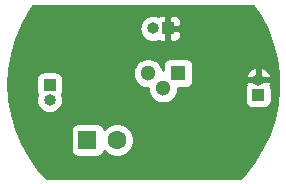
<source format=gbr>
G04 #@! TF.GenerationSoftware,KiCad,Pcbnew,(5.1.4)-1*
G04 #@! TF.CreationDate,2020-05-05T22:33:11+03:00*
G04 #@! TF.ProjectId,Single_Transitor_Amp,53696e67-6c65-45f5-9472-616e7369746f,V1.0*
G04 #@! TF.SameCoordinates,Original*
G04 #@! TF.FileFunction,Copper,L4,Bot*
G04 #@! TF.FilePolarity,Positive*
%FSLAX46Y46*%
G04 Gerber Fmt 4.6, Leading zero omitted, Abs format (unit mm)*
G04 Created by KiCad (PCBNEW (5.1.4)-1) date 2020-05-05 22:33:11*
%MOMM*%
%LPD*%
G04 APERTURE LIST*
%ADD10C,1.600000*%
%ADD11R,1.600000X1.600000*%
%ADD12R,1.000000X1.000000*%
%ADD13O,1.000000X1.000000*%
%ADD14R,1.300000X1.300000*%
%ADD15C,1.300000*%
%ADD16C,0.254000*%
G04 APERTURE END LIST*
D10*
X108930000Y-113950000D03*
D11*
X106430000Y-113950000D03*
D12*
X120880000Y-110130000D03*
D13*
X120880000Y-108860000D03*
X103220000Y-110550000D03*
D12*
X103220000Y-109280000D03*
D14*
X114090000Y-108300000D03*
D15*
X111550000Y-108300000D03*
X112820000Y-109570000D03*
D13*
X111970000Y-104500000D03*
D12*
X113240000Y-104500000D03*
D16*
G36*
X121000310Y-103423902D02*
G01*
X121591999Y-104576190D01*
X122049438Y-105788041D01*
X122366750Y-107043883D01*
X122539859Y-108327588D01*
X122566535Y-109622625D01*
X122446438Y-110912356D01*
X122181109Y-112180215D01*
X121773963Y-113409875D01*
X121230229Y-114585549D01*
X120556900Y-115692111D01*
X119759099Y-116719891D01*
X119325301Y-117179905D01*
X102977697Y-117174446D01*
X102277310Y-116404372D01*
X101519926Y-115353721D01*
X100886336Y-114224063D01*
X100435136Y-113150000D01*
X104991928Y-113150000D01*
X104991928Y-114750000D01*
X105004188Y-114874482D01*
X105040498Y-114994180D01*
X105099463Y-115104494D01*
X105178815Y-115201185D01*
X105275506Y-115280537D01*
X105385820Y-115339502D01*
X105505518Y-115375812D01*
X105630000Y-115388072D01*
X107230000Y-115388072D01*
X107354482Y-115375812D01*
X107474180Y-115339502D01*
X107584494Y-115280537D01*
X107681185Y-115201185D01*
X107760537Y-115104494D01*
X107819502Y-114994180D01*
X107848661Y-114898057D01*
X108015241Y-115064637D01*
X108250273Y-115221680D01*
X108511426Y-115329853D01*
X108788665Y-115385000D01*
X109071335Y-115385000D01*
X109348574Y-115329853D01*
X109609727Y-115221680D01*
X109844759Y-115064637D01*
X110044637Y-114864759D01*
X110201680Y-114629727D01*
X110309853Y-114368574D01*
X110365000Y-114091335D01*
X110365000Y-113808665D01*
X110309853Y-113531426D01*
X110201680Y-113270273D01*
X110044637Y-113035241D01*
X109844759Y-112835363D01*
X109609727Y-112678320D01*
X109348574Y-112570147D01*
X109071335Y-112515000D01*
X108788665Y-112515000D01*
X108511426Y-112570147D01*
X108250273Y-112678320D01*
X108015241Y-112835363D01*
X107848661Y-113001943D01*
X107819502Y-112905820D01*
X107760537Y-112795506D01*
X107681185Y-112698815D01*
X107584494Y-112619463D01*
X107474180Y-112560498D01*
X107354482Y-112524188D01*
X107230000Y-112511928D01*
X105630000Y-112511928D01*
X105505518Y-112524188D01*
X105385820Y-112560498D01*
X105275506Y-112619463D01*
X105178815Y-112698815D01*
X105099463Y-112795506D01*
X105040498Y-112905820D01*
X105004188Y-113025518D01*
X104991928Y-113150000D01*
X100435136Y-113150000D01*
X100384708Y-113029960D01*
X100021476Y-111786737D01*
X99808150Y-110550000D01*
X102079509Y-110550000D01*
X102101423Y-110772499D01*
X102166324Y-110986447D01*
X102271716Y-111183623D01*
X102413551Y-111356449D01*
X102586377Y-111498284D01*
X102783553Y-111603676D01*
X102997501Y-111668577D01*
X103164248Y-111685000D01*
X103275752Y-111685000D01*
X103442499Y-111668577D01*
X103656447Y-111603676D01*
X103853623Y-111498284D01*
X104026449Y-111356449D01*
X104168284Y-111183623D01*
X104273676Y-110986447D01*
X104338577Y-110772499D01*
X104360491Y-110550000D01*
X104338577Y-110327501D01*
X104273676Y-110113553D01*
X104267703Y-110102379D01*
X104309502Y-110024180D01*
X104345812Y-109904482D01*
X104358072Y-109780000D01*
X104358072Y-108780000D01*
X104345812Y-108655518D01*
X104309502Y-108535820D01*
X104250537Y-108425506D01*
X104171185Y-108328815D01*
X104074494Y-108249463D01*
X103964180Y-108190498D01*
X103907945Y-108173439D01*
X110265000Y-108173439D01*
X110265000Y-108426561D01*
X110314381Y-108674821D01*
X110411247Y-108908676D01*
X110551875Y-109119140D01*
X110730860Y-109298125D01*
X110941324Y-109438753D01*
X111175179Y-109535619D01*
X111423439Y-109585000D01*
X111535000Y-109585000D01*
X111535000Y-109696561D01*
X111584381Y-109944821D01*
X111681247Y-110178676D01*
X111821875Y-110389140D01*
X112000860Y-110568125D01*
X112211324Y-110708753D01*
X112445179Y-110805619D01*
X112693439Y-110855000D01*
X112946561Y-110855000D01*
X113194821Y-110805619D01*
X113428676Y-110708753D01*
X113639140Y-110568125D01*
X113818125Y-110389140D01*
X113958753Y-110178676D01*
X114055619Y-109944821D01*
X114105000Y-109696561D01*
X114105000Y-109630000D01*
X119741928Y-109630000D01*
X119741928Y-110630000D01*
X119754188Y-110754482D01*
X119790498Y-110874180D01*
X119849463Y-110984494D01*
X119928815Y-111081185D01*
X120025506Y-111160537D01*
X120135820Y-111219502D01*
X120255518Y-111255812D01*
X120380000Y-111268072D01*
X121380000Y-111268072D01*
X121504482Y-111255812D01*
X121624180Y-111219502D01*
X121734494Y-111160537D01*
X121831185Y-111081185D01*
X121910537Y-110984494D01*
X121969502Y-110874180D01*
X122005812Y-110754482D01*
X122018072Y-110630000D01*
X122018072Y-109630000D01*
X122005812Y-109505518D01*
X121969502Y-109385820D01*
X121921930Y-109296820D01*
X121957446Y-109216864D01*
X121974119Y-109161874D01*
X121847954Y-108987000D01*
X121007000Y-108987000D01*
X121007000Y-108991928D01*
X120753000Y-108991928D01*
X120753000Y-108987000D01*
X119912046Y-108987000D01*
X119785881Y-109161874D01*
X119802554Y-109216864D01*
X119838070Y-109296820D01*
X119790498Y-109385820D01*
X119754188Y-109505518D01*
X119741928Y-109630000D01*
X114105000Y-109630000D01*
X114105000Y-109588072D01*
X114740000Y-109588072D01*
X114864482Y-109575812D01*
X114984180Y-109539502D01*
X115094494Y-109480537D01*
X115191185Y-109401185D01*
X115270537Y-109304494D01*
X115329502Y-109194180D01*
X115365812Y-109074482D01*
X115378072Y-108950000D01*
X115378072Y-108558126D01*
X119785881Y-108558126D01*
X119912046Y-108733000D01*
X120753000Y-108733000D01*
X120753000Y-107890871D01*
X121007000Y-107890871D01*
X121007000Y-108733000D01*
X121847954Y-108733000D01*
X121974119Y-108558126D01*
X121957446Y-108503136D01*
X121867123Y-108299794D01*
X121738865Y-108117980D01*
X121577601Y-107964682D01*
X121389529Y-107845790D01*
X121181876Y-107765874D01*
X121007000Y-107890871D01*
X120753000Y-107890871D01*
X120578124Y-107765874D01*
X120370471Y-107845790D01*
X120182399Y-107964682D01*
X120021135Y-108117980D01*
X119892877Y-108299794D01*
X119802554Y-108503136D01*
X119785881Y-108558126D01*
X115378072Y-108558126D01*
X115378072Y-107650000D01*
X115365812Y-107525518D01*
X115329502Y-107405820D01*
X115270537Y-107295506D01*
X115191185Y-107198815D01*
X115094494Y-107119463D01*
X114984180Y-107060498D01*
X114864482Y-107024188D01*
X114740000Y-107011928D01*
X113440000Y-107011928D01*
X113315518Y-107024188D01*
X113195820Y-107060498D01*
X113085506Y-107119463D01*
X112988815Y-107198815D01*
X112909463Y-107295506D01*
X112850498Y-107405820D01*
X112814188Y-107525518D01*
X112801928Y-107650000D01*
X112801928Y-108007172D01*
X112785619Y-107925179D01*
X112688753Y-107691324D01*
X112548125Y-107480860D01*
X112369140Y-107301875D01*
X112158676Y-107161247D01*
X111924821Y-107064381D01*
X111676561Y-107015000D01*
X111423439Y-107015000D01*
X111175179Y-107064381D01*
X110941324Y-107161247D01*
X110730860Y-107301875D01*
X110551875Y-107480860D01*
X110411247Y-107691324D01*
X110314381Y-107925179D01*
X110265000Y-108173439D01*
X103907945Y-108173439D01*
X103844482Y-108154188D01*
X103720000Y-108141928D01*
X102720000Y-108141928D01*
X102595518Y-108154188D01*
X102475820Y-108190498D01*
X102365506Y-108249463D01*
X102268815Y-108328815D01*
X102189463Y-108425506D01*
X102130498Y-108535820D01*
X102094188Y-108655518D01*
X102081928Y-108780000D01*
X102081928Y-109780000D01*
X102094188Y-109904482D01*
X102130498Y-110024180D01*
X102172297Y-110102379D01*
X102166324Y-110113553D01*
X102101423Y-110327501D01*
X102079509Y-110550000D01*
X99808150Y-110550000D01*
X99801316Y-110510383D01*
X99727060Y-109217320D01*
X99799659Y-107924166D01*
X100018184Y-106647523D01*
X100379819Y-105403844D01*
X100758150Y-104500000D01*
X110829509Y-104500000D01*
X110851423Y-104722499D01*
X110916324Y-104936447D01*
X111021716Y-105133623D01*
X111163551Y-105306449D01*
X111336377Y-105448284D01*
X111533553Y-105553676D01*
X111747501Y-105618577D01*
X111914248Y-105635000D01*
X112025752Y-105635000D01*
X112192499Y-105618577D01*
X112406447Y-105553676D01*
X112417621Y-105547703D01*
X112495820Y-105589502D01*
X112615518Y-105625812D01*
X112740000Y-105638072D01*
X112954250Y-105635000D01*
X113113000Y-105476250D01*
X113113000Y-104627000D01*
X113367000Y-104627000D01*
X113367000Y-105476250D01*
X113525750Y-105635000D01*
X113740000Y-105638072D01*
X113864482Y-105625812D01*
X113984180Y-105589502D01*
X114094494Y-105530537D01*
X114191185Y-105451185D01*
X114270537Y-105354494D01*
X114329502Y-105244180D01*
X114365812Y-105124482D01*
X114378072Y-105000000D01*
X114375000Y-104785750D01*
X114216250Y-104627000D01*
X113367000Y-104627000D01*
X113113000Y-104627000D01*
X113097983Y-104627000D01*
X113110491Y-104500000D01*
X113097983Y-104373000D01*
X113113000Y-104373000D01*
X113113000Y-103523750D01*
X113367000Y-103523750D01*
X113367000Y-104373000D01*
X114216250Y-104373000D01*
X114375000Y-104214250D01*
X114378072Y-104000000D01*
X114365812Y-103875518D01*
X114329502Y-103755820D01*
X114270537Y-103645506D01*
X114191185Y-103548815D01*
X114094494Y-103469463D01*
X113984180Y-103410498D01*
X113864482Y-103374188D01*
X113740000Y-103361928D01*
X113525750Y-103365000D01*
X113367000Y-103523750D01*
X113113000Y-103523750D01*
X112954250Y-103365000D01*
X112740000Y-103361928D01*
X112615518Y-103374188D01*
X112495820Y-103410498D01*
X112417621Y-103452297D01*
X112406447Y-103446324D01*
X112192499Y-103381423D01*
X112025752Y-103365000D01*
X111914248Y-103365000D01*
X111747501Y-103381423D01*
X111533553Y-103446324D01*
X111336377Y-103551716D01*
X111163551Y-103693551D01*
X111021716Y-103866377D01*
X110916324Y-104063553D01*
X110851423Y-104277501D01*
X110829509Y-104500000D01*
X100758150Y-104500000D01*
X100879919Y-104209093D01*
X101514931Y-103073494D01*
X101835818Y-102609989D01*
X120457502Y-102609382D01*
X121000310Y-103423902D01*
X121000310Y-103423902D01*
G37*
X121000310Y-103423902D02*
X121591999Y-104576190D01*
X122049438Y-105788041D01*
X122366750Y-107043883D01*
X122539859Y-108327588D01*
X122566535Y-109622625D01*
X122446438Y-110912356D01*
X122181109Y-112180215D01*
X121773963Y-113409875D01*
X121230229Y-114585549D01*
X120556900Y-115692111D01*
X119759099Y-116719891D01*
X119325301Y-117179905D01*
X102977697Y-117174446D01*
X102277310Y-116404372D01*
X101519926Y-115353721D01*
X100886336Y-114224063D01*
X100435136Y-113150000D01*
X104991928Y-113150000D01*
X104991928Y-114750000D01*
X105004188Y-114874482D01*
X105040498Y-114994180D01*
X105099463Y-115104494D01*
X105178815Y-115201185D01*
X105275506Y-115280537D01*
X105385820Y-115339502D01*
X105505518Y-115375812D01*
X105630000Y-115388072D01*
X107230000Y-115388072D01*
X107354482Y-115375812D01*
X107474180Y-115339502D01*
X107584494Y-115280537D01*
X107681185Y-115201185D01*
X107760537Y-115104494D01*
X107819502Y-114994180D01*
X107848661Y-114898057D01*
X108015241Y-115064637D01*
X108250273Y-115221680D01*
X108511426Y-115329853D01*
X108788665Y-115385000D01*
X109071335Y-115385000D01*
X109348574Y-115329853D01*
X109609727Y-115221680D01*
X109844759Y-115064637D01*
X110044637Y-114864759D01*
X110201680Y-114629727D01*
X110309853Y-114368574D01*
X110365000Y-114091335D01*
X110365000Y-113808665D01*
X110309853Y-113531426D01*
X110201680Y-113270273D01*
X110044637Y-113035241D01*
X109844759Y-112835363D01*
X109609727Y-112678320D01*
X109348574Y-112570147D01*
X109071335Y-112515000D01*
X108788665Y-112515000D01*
X108511426Y-112570147D01*
X108250273Y-112678320D01*
X108015241Y-112835363D01*
X107848661Y-113001943D01*
X107819502Y-112905820D01*
X107760537Y-112795506D01*
X107681185Y-112698815D01*
X107584494Y-112619463D01*
X107474180Y-112560498D01*
X107354482Y-112524188D01*
X107230000Y-112511928D01*
X105630000Y-112511928D01*
X105505518Y-112524188D01*
X105385820Y-112560498D01*
X105275506Y-112619463D01*
X105178815Y-112698815D01*
X105099463Y-112795506D01*
X105040498Y-112905820D01*
X105004188Y-113025518D01*
X104991928Y-113150000D01*
X100435136Y-113150000D01*
X100384708Y-113029960D01*
X100021476Y-111786737D01*
X99808150Y-110550000D01*
X102079509Y-110550000D01*
X102101423Y-110772499D01*
X102166324Y-110986447D01*
X102271716Y-111183623D01*
X102413551Y-111356449D01*
X102586377Y-111498284D01*
X102783553Y-111603676D01*
X102997501Y-111668577D01*
X103164248Y-111685000D01*
X103275752Y-111685000D01*
X103442499Y-111668577D01*
X103656447Y-111603676D01*
X103853623Y-111498284D01*
X104026449Y-111356449D01*
X104168284Y-111183623D01*
X104273676Y-110986447D01*
X104338577Y-110772499D01*
X104360491Y-110550000D01*
X104338577Y-110327501D01*
X104273676Y-110113553D01*
X104267703Y-110102379D01*
X104309502Y-110024180D01*
X104345812Y-109904482D01*
X104358072Y-109780000D01*
X104358072Y-108780000D01*
X104345812Y-108655518D01*
X104309502Y-108535820D01*
X104250537Y-108425506D01*
X104171185Y-108328815D01*
X104074494Y-108249463D01*
X103964180Y-108190498D01*
X103907945Y-108173439D01*
X110265000Y-108173439D01*
X110265000Y-108426561D01*
X110314381Y-108674821D01*
X110411247Y-108908676D01*
X110551875Y-109119140D01*
X110730860Y-109298125D01*
X110941324Y-109438753D01*
X111175179Y-109535619D01*
X111423439Y-109585000D01*
X111535000Y-109585000D01*
X111535000Y-109696561D01*
X111584381Y-109944821D01*
X111681247Y-110178676D01*
X111821875Y-110389140D01*
X112000860Y-110568125D01*
X112211324Y-110708753D01*
X112445179Y-110805619D01*
X112693439Y-110855000D01*
X112946561Y-110855000D01*
X113194821Y-110805619D01*
X113428676Y-110708753D01*
X113639140Y-110568125D01*
X113818125Y-110389140D01*
X113958753Y-110178676D01*
X114055619Y-109944821D01*
X114105000Y-109696561D01*
X114105000Y-109630000D01*
X119741928Y-109630000D01*
X119741928Y-110630000D01*
X119754188Y-110754482D01*
X119790498Y-110874180D01*
X119849463Y-110984494D01*
X119928815Y-111081185D01*
X120025506Y-111160537D01*
X120135820Y-111219502D01*
X120255518Y-111255812D01*
X120380000Y-111268072D01*
X121380000Y-111268072D01*
X121504482Y-111255812D01*
X121624180Y-111219502D01*
X121734494Y-111160537D01*
X121831185Y-111081185D01*
X121910537Y-110984494D01*
X121969502Y-110874180D01*
X122005812Y-110754482D01*
X122018072Y-110630000D01*
X122018072Y-109630000D01*
X122005812Y-109505518D01*
X121969502Y-109385820D01*
X121921930Y-109296820D01*
X121957446Y-109216864D01*
X121974119Y-109161874D01*
X121847954Y-108987000D01*
X121007000Y-108987000D01*
X121007000Y-108991928D01*
X120753000Y-108991928D01*
X120753000Y-108987000D01*
X119912046Y-108987000D01*
X119785881Y-109161874D01*
X119802554Y-109216864D01*
X119838070Y-109296820D01*
X119790498Y-109385820D01*
X119754188Y-109505518D01*
X119741928Y-109630000D01*
X114105000Y-109630000D01*
X114105000Y-109588072D01*
X114740000Y-109588072D01*
X114864482Y-109575812D01*
X114984180Y-109539502D01*
X115094494Y-109480537D01*
X115191185Y-109401185D01*
X115270537Y-109304494D01*
X115329502Y-109194180D01*
X115365812Y-109074482D01*
X115378072Y-108950000D01*
X115378072Y-108558126D01*
X119785881Y-108558126D01*
X119912046Y-108733000D01*
X120753000Y-108733000D01*
X120753000Y-107890871D01*
X121007000Y-107890871D01*
X121007000Y-108733000D01*
X121847954Y-108733000D01*
X121974119Y-108558126D01*
X121957446Y-108503136D01*
X121867123Y-108299794D01*
X121738865Y-108117980D01*
X121577601Y-107964682D01*
X121389529Y-107845790D01*
X121181876Y-107765874D01*
X121007000Y-107890871D01*
X120753000Y-107890871D01*
X120578124Y-107765874D01*
X120370471Y-107845790D01*
X120182399Y-107964682D01*
X120021135Y-108117980D01*
X119892877Y-108299794D01*
X119802554Y-108503136D01*
X119785881Y-108558126D01*
X115378072Y-108558126D01*
X115378072Y-107650000D01*
X115365812Y-107525518D01*
X115329502Y-107405820D01*
X115270537Y-107295506D01*
X115191185Y-107198815D01*
X115094494Y-107119463D01*
X114984180Y-107060498D01*
X114864482Y-107024188D01*
X114740000Y-107011928D01*
X113440000Y-107011928D01*
X113315518Y-107024188D01*
X113195820Y-107060498D01*
X113085506Y-107119463D01*
X112988815Y-107198815D01*
X112909463Y-107295506D01*
X112850498Y-107405820D01*
X112814188Y-107525518D01*
X112801928Y-107650000D01*
X112801928Y-108007172D01*
X112785619Y-107925179D01*
X112688753Y-107691324D01*
X112548125Y-107480860D01*
X112369140Y-107301875D01*
X112158676Y-107161247D01*
X111924821Y-107064381D01*
X111676561Y-107015000D01*
X111423439Y-107015000D01*
X111175179Y-107064381D01*
X110941324Y-107161247D01*
X110730860Y-107301875D01*
X110551875Y-107480860D01*
X110411247Y-107691324D01*
X110314381Y-107925179D01*
X110265000Y-108173439D01*
X103907945Y-108173439D01*
X103844482Y-108154188D01*
X103720000Y-108141928D01*
X102720000Y-108141928D01*
X102595518Y-108154188D01*
X102475820Y-108190498D01*
X102365506Y-108249463D01*
X102268815Y-108328815D01*
X102189463Y-108425506D01*
X102130498Y-108535820D01*
X102094188Y-108655518D01*
X102081928Y-108780000D01*
X102081928Y-109780000D01*
X102094188Y-109904482D01*
X102130498Y-110024180D01*
X102172297Y-110102379D01*
X102166324Y-110113553D01*
X102101423Y-110327501D01*
X102079509Y-110550000D01*
X99808150Y-110550000D01*
X99801316Y-110510383D01*
X99727060Y-109217320D01*
X99799659Y-107924166D01*
X100018184Y-106647523D01*
X100379819Y-105403844D01*
X100758150Y-104500000D01*
X110829509Y-104500000D01*
X110851423Y-104722499D01*
X110916324Y-104936447D01*
X111021716Y-105133623D01*
X111163551Y-105306449D01*
X111336377Y-105448284D01*
X111533553Y-105553676D01*
X111747501Y-105618577D01*
X111914248Y-105635000D01*
X112025752Y-105635000D01*
X112192499Y-105618577D01*
X112406447Y-105553676D01*
X112417621Y-105547703D01*
X112495820Y-105589502D01*
X112615518Y-105625812D01*
X112740000Y-105638072D01*
X112954250Y-105635000D01*
X113113000Y-105476250D01*
X113113000Y-104627000D01*
X113367000Y-104627000D01*
X113367000Y-105476250D01*
X113525750Y-105635000D01*
X113740000Y-105638072D01*
X113864482Y-105625812D01*
X113984180Y-105589502D01*
X114094494Y-105530537D01*
X114191185Y-105451185D01*
X114270537Y-105354494D01*
X114329502Y-105244180D01*
X114365812Y-105124482D01*
X114378072Y-105000000D01*
X114375000Y-104785750D01*
X114216250Y-104627000D01*
X113367000Y-104627000D01*
X113113000Y-104627000D01*
X113097983Y-104627000D01*
X113110491Y-104500000D01*
X113097983Y-104373000D01*
X113113000Y-104373000D01*
X113113000Y-103523750D01*
X113367000Y-103523750D01*
X113367000Y-104373000D01*
X114216250Y-104373000D01*
X114375000Y-104214250D01*
X114378072Y-104000000D01*
X114365812Y-103875518D01*
X114329502Y-103755820D01*
X114270537Y-103645506D01*
X114191185Y-103548815D01*
X114094494Y-103469463D01*
X113984180Y-103410498D01*
X113864482Y-103374188D01*
X113740000Y-103361928D01*
X113525750Y-103365000D01*
X113367000Y-103523750D01*
X113113000Y-103523750D01*
X112954250Y-103365000D01*
X112740000Y-103361928D01*
X112615518Y-103374188D01*
X112495820Y-103410498D01*
X112417621Y-103452297D01*
X112406447Y-103446324D01*
X112192499Y-103381423D01*
X112025752Y-103365000D01*
X111914248Y-103365000D01*
X111747501Y-103381423D01*
X111533553Y-103446324D01*
X111336377Y-103551716D01*
X111163551Y-103693551D01*
X111021716Y-103866377D01*
X110916324Y-104063553D01*
X110851423Y-104277501D01*
X110829509Y-104500000D01*
X100758150Y-104500000D01*
X100879919Y-104209093D01*
X101514931Y-103073494D01*
X101835818Y-102609989D01*
X120457502Y-102609382D01*
X121000310Y-103423902D01*
M02*

</source>
